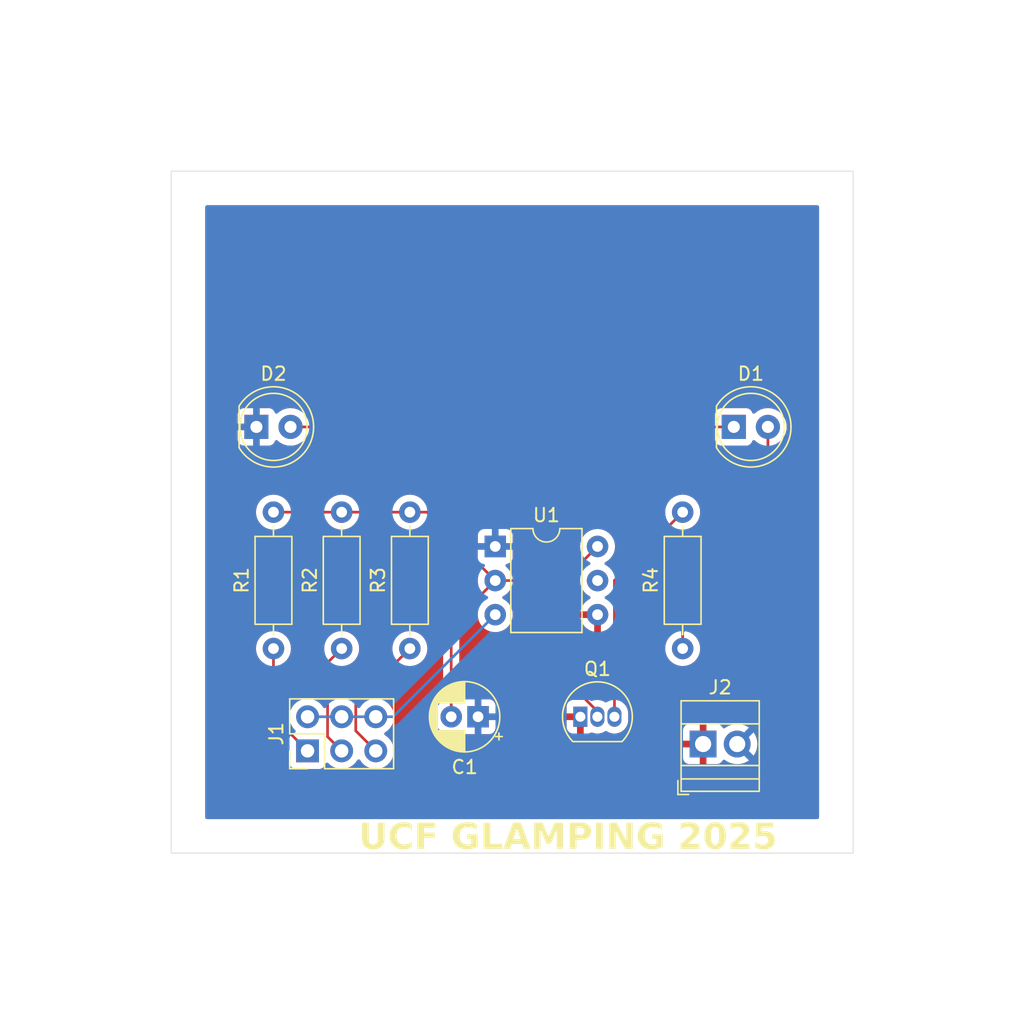
<source format=kicad_pcb>
(kicad_pcb (version 20240108) (generator "pcbnew") (generator_version "8.0")
  (layers (0 "F.Cu" signal) (31 "B.Cu" signal) (34 "B.Paste" user) (35 "F.Paste" user) (36 "B.SilkS" user "B.Silkscreen") (37 "F.SilkS" user "F.Silkscreen") (38 "B.Mask" user) (39 "F.Mask" user) (44 "Edge.Cuts" user))
  (net 0 "")
  (net 1 "GND")
  (net 2 "Net-(Q1-B)")
  (net 3 "Net-(Q1-E)")
  (net 4 "+9V")
  (net 5 "Net-(J1-Pin_2)")
  (net 7 "Net-(D1-K)")
  (net 8 "Net-(J1-Pin_1)")
  (net 9 "Net-(J1-Pin_3)")
  (net 10 "Net-(J1-Pin_5)")
  (net 11 "Net-(D1-A)")
  (footprint "Resistor_THT:R_Axial_DIN0207_L6.3mm_D2.5mm_P10.16mm_Horizontal" (layer "F.Cu") (at 139.7 111.76 90)
    (property "Reference" "R4" (at 5.08 -2.37 90) (layer "F.SilkS"))
    (property "Value" "220")
    (fp_line (start 8.35 -1.37) (end 1.81 -1.37) (stroke (width 0.12)) (layer "F.SilkS"))
    (fp_line (start 1.81 -1.37) (end 1.81 1.37) (stroke (width 0.12)) (layer "F.SilkS"))
    (fp_line (start 9.12 0) (end 8.35 0) (stroke (width 0.12)) (layer "F.SilkS"))
    (fp_line (start 1.04 0) (end 1.81 0) (stroke (width 0.12)) (layer "F.SilkS"))
    (fp_line (start 8.35 1.37) (end 8.35 -1.37) (stroke (width 0.12)) (layer "F.SilkS"))
    (fp_line (start 1.81 1.37) (end 8.35 1.37) (stroke (width 0.12)) (layer "F.SilkS"))
    (pad "1" thru_hole circle (at 0 0 90) (size 1.6 1.6) (drill 0.8) (layers "*.Cu" "*.Mask") (net 11 "Net-(D1-A)"))
    (pad "2" thru_hole oval (at 10.16 0 90) (size 1.6 1.6) (drill 0.8) (layers "*.Cu" "*.Mask") (net 3 "Net-(Q1-E)"))
  )
  (footprint "Capacitor_THT:CP_Radial_D5.0mm_P2.00mm" (layer "F.Cu") (at 124.46 116.84 180)
    (property "Reference" "C1" (at 1 -3.75 180) (layer "F.SilkS"))
    (property "Value" "100μF")
    (fp_line (start 3.601 -0.284) (end 3.601 0.284) (stroke (width 0.12)) (layer "F.SilkS"))
    (fp_line (start 3.561 -0.518) (end 3.561 0.518) (stroke (width 0.12)) (layer "F.SilkS"))
    (fp_line (start 3.521 -0.677) (end 3.521 0.677) (stroke (width 0.12)) (layer "F.SilkS"))
    (fp_line (start 3.481 -0.805) (end 3.481 0.805) (stroke (width 0.12)) (layer "F.SilkS"))
    (fp_line (start 3.441 -0.915) (end 3.441 0.915) (stroke (width 0.12)) (layer "F.SilkS"))
    (fp_line (start 3.401 -1.011) (end 3.401 1.011) (stroke (width 0.12)) (layer "F.SilkS"))
    (fp_line (start 3.361 -1.098) (end 3.361 1.098) (stroke (width 0.12)) (layer "F.SilkS"))
    (fp_line (start 3.321 -1.178) (end 3.321 1.178) (stroke (width 0.12)) (layer "F.SilkS"))
    (fp_line (start 3.281 -1.251) (end 3.281 1.251) (stroke (width 0.12)) (layer "F.SilkS"))
    (fp_line (start 3.241 -1.319) (end 3.241 1.319) (stroke (width 0.12)) (layer "F.SilkS"))
    (fp_line (start 3.201 -1.383) (end 3.201 1.383) (stroke (width 0.12)) (layer "F.SilkS"))
    (fp_line (start 3.161 -1.443) (end 3.161 1.443) (stroke (width 0.12)) (layer "F.SilkS"))
    (fp_line (start 3.121 -1.5) (end 3.121 1.5) (stroke (width 0.12)) (layer "F.SilkS"))
    (fp_line (start 3.081 -1.554) (end 3.081 1.554) (stroke (width 0.12)) (layer "F.SilkS"))
    (fp_line (start 3.041 -1.605) (end 3.041 1.605) (stroke (width 0.12)) (layer "F.SilkS"))
    (fp_line (start 3.001 1.04) (end 3.001 1.653) (stroke (width 0.12)) (layer "F.SilkS"))
    (fp_line (start 3.001 -1.653) (end 3.001 -1.04) (stroke (width 0.12)) (layer "F.SilkS"))
    (fp_line (start 2.961 1.04) (end 2.961 1.699) (stroke (width 0.12)) (layer "F.SilkS"))
    (fp_line (start 2.961 -1.699) (end 2.961 -1.04) (stroke (width 0.12)) (layer "F.SilkS"))
    (fp_line (start 2.921 1.04) (end 2.921 1.743) (stroke (width 0.12)) (layer "F.SilkS"))
    (fp_line (start 2.921 -1.743) (end 2.921 -1.04) (stroke (width 0.12)) (layer "F.SilkS"))
    (fp_line (start 2.881 1.04) (end 2.881 1.785) (stroke (width 0.12)) (layer "F.SilkS"))
    (fp_line (start 2.881 -1.785) (end 2.881 -1.04) (stroke (width 0.12)) (layer "F.SilkS"))
    (fp_line (start 2.841 1.04) (end 2.841 1.826) (stroke (width 0.12)) (layer "F.SilkS"))
    (fp_line (start 2.841 -1.826) (end 2.841 -1.04) (stroke (width 0.12)) (layer "F.SilkS"))
    (fp_line (start 2.801 1.04) (end 2.801 1.864) (stroke (width 0.12)) (layer "F.SilkS"))
    (fp_line (start 2.801 -1.864) (end 2.801 -1.04) (stroke (width 0.12)) (layer "F.SilkS"))
    (fp_line (start 2.761 1.04) (end 2.761 1.901) (stroke (width 0.12)) (layer "F.SilkS"))
    (fp_line (start 2.761 -1.901) (end 2.761 -1.04) (stroke (width 0.12)) (layer "F.SilkS"))
    (fp_line (start 2.721 1.04) (end 2.721 1.937) (stroke (width 0.12)) (layer "F.SilkS"))
    (fp_line (start 2.721 -1.937) (end 2.721 -1.04) (stroke (width 0.12)) (layer "F.SilkS"))
    (fp_line (start 2.681 1.04) (end 2.681 1.971) (stroke (width 0.12)) (layer "F.SilkS"))
    (fp_line (start 2.681 -1.971) (end 2.681 -1.04) (stroke (width 0.12)) (layer "F.SilkS"))
    (fp_line (start 2.641 1.04) (end 2.641 2.004) (stroke (width 0.12)) (layer "F.SilkS"))
    (fp_line (start 2.641 -2.004) (end 2.641 -1.04) (stroke (width 0.12)) (layer "F.SilkS"))
    (fp_line (start 2.601 1.04) (end 2.601 2.035) (stroke (width 0.12)) (layer "F.SilkS"))
    (fp_line (start 2.601 -2.035) (end 2.601 -1.04) (stroke (width 0.12)) (layer "F.SilkS"))
    (fp_line (start 2.561 1.04) (end 2.561 2.065) (stroke (width 0.12)) (layer "F.SilkS"))
    (fp_line (start 2.561 -2.065) (end 2.561 -1.04) (stroke (width 0.12)) (layer "F.SilkS"))
    (fp_line (start 2.521 1.04) (end 2.521 2.095) (stroke (width 0.12)) (layer "F.SilkS"))
    (fp_line (start 2.521 -2.095) (end 2.521 -1.04) (stroke (width 0.12)) (layer "F.SilkS"))
    (fp_line (start 2.481 1.04) (end 2.481 2.122) (stroke (width 0.12)) (layer "F.SilkS"))
    (fp_line (start 2.481 -2.122) (end 2.481 -1.04) (stroke (width 0.12)) (layer "F.SilkS"))
    (fp_line (start 2.441 1.04) (end 2.441 2.149) (stroke (width 0.12)) (layer "F.SilkS"))
    (fp_line (start 2.441 -2.149) (end 2.441 -1.04) (stroke (width 0.12)) (layer "F.SilkS"))
    (fp_line (start 2.401 1.04) (end 2.401 2.175) (stroke (width 0.12)) (layer "F.SilkS"))
    (fp_line (start 2.401 -2.175) (end 2.401 -1.04) (stroke (width 0.12)) (layer "F.SilkS"))
    (fp_line (start 2.361 1.04) (end 2.361 2.2) (stroke (width 0.12)) (layer "F.SilkS"))
    (fp_line (start 2.361 -2.2) (end 2.361 -1.04) (stroke (width 0.12)) (layer "F.SilkS"))
    (fp_line (start 2.321 1.04) (end 2.321 2.224) (stroke (width 0.12)) (layer "F.SilkS"))
    (fp_line (start 2.321 -2.224) (end 2.321 -1.04) (stroke (width 0.12)) (layer "F.SilkS"))
    (fp_line (start 2.281 1.04) (end 2.281 2.247) (stroke (width 0.12)) (layer "F.SilkS"))
    (fp_line (start 2.281 -2.247) (end 2.281 -1.04) (stroke (width 0.12)) (layer "F.SilkS"))
    (fp_line (start 2.241 1.04) (end 2.241 2.268) (stroke (width 0.12)) (layer "F.SilkS"))
    (fp_line (start 2.241 -2.268) (end 2.241 -1.04) (stroke (width 0.12)) (layer "F.SilkS"))
    (fp_line (start 2.201 1.04) (end 2.201 2.29) (stroke (width 0.12)) (layer "F.SilkS"))
    (fp_line (start 2.201 -2.29) (end 2.201 -1.04) (stroke (width 0.12)) (layer "F.SilkS"))
    (fp_line (start 2.161 1.04) (end 2.161 2.31) (stroke (width 0.12)) (layer "F.SilkS"))
    (fp_line (start 2.161 -2.31) (end 2.161 -1.04) (stroke (width 0.12)) (layer "F.SilkS"))
    (fp_line (start 2.121 1.04) (end 2.121 2.329) (stroke (width 0.12)) (layer "F.SilkS"))
    (fp_line (start 2.121 -2.329) (end 2.121 -1.04) (stroke (width 0.12)) (layer "F.SilkS"))
    (fp_line (start 2.081 1.04) (end 2.081 2.348) (stroke (width 0.12)) (layer "F.SilkS"))
    (fp_line (start 2.081 -2.348) (end 2.081 -1.04) (stroke (width 0.12)) (layer "F.SilkS"))
    (fp_line (start 2.041 1.04) (end 2.041 2.365) (stroke (width 0.12)) (layer "F.SilkS"))
    (fp_line (start 2.041 -2.365) (end 2.041 -1.04) (stroke (width 0.12)) (layer "F.SilkS"))
    (fp_line (start 2.001 1.04) (end 2.001 2.382) (stroke (width 0.12)) (layer "F.SilkS"))
    (fp_line (start 2.001 -2.382) (end 2.001 -1.04) (stroke (width 0.12)) (layer "F.SilkS"))
    (fp_line (start 1.961 1.04) (end 1.961 2.398) (stroke (width 0.12)) (layer "F.SilkS"))
    (fp_line (start 1.961 -2.398) (end 1.961 -1.04) (stroke (width 0.12)) (layer "F.SilkS"))
    (fp_line (start 1.921 1.04) (end 1.921 2.414) (stroke (width 0.12)) (layer "F.SilkS"))
    (fp_line (start 1.921 -2.414) (end 1.921 -1.04) (stroke (width 0.12)) (layer "F.SilkS"))
    (fp_line (start 1.881 1.04) (end 1.881 2.428) (stroke (width 0.12)) (layer "F.SilkS"))
    (fp_line (start 1.881 -2.428) (end 1.881 -1.04) (stroke (width 0.12)) (layer "F.SilkS"))
    (fp_line (start 1.841 1.04) (end 1.841 2.442) (stroke (width 0.12)) (layer "F.SilkS"))
    (fp_line (start 1.841 -2.442) (end 1.841 -1.04) (stroke (width 0.12)) (layer "F.SilkS"))
    (fp_line (start 1.801 1.04) (end 1.801 2.455) (stroke (width 0.12)) (layer "F.SilkS"))
    (fp_line (start 1.801 -2.455) (end 1.801 -1.04) (stroke (width 0.12)) (layer "F.SilkS"))
    (fp_line (start 1.761 1.04) (end 1.761 2.468) (stroke (width 0.12)) (layer "F.SilkS"))
    (fp_line (start 1.761 -2.468) (end 1.761 -1.04) (stroke (width 0.12)) (layer "F.SilkS"))
    (fp_line (start 1.721 1.04) (end 1.721 2.48) (stroke (width 0.12)) (layer "F.SilkS"))
    (fp_line (start 1.721 -2.48) (end 1.721 -1.04) (stroke (width 0.12)) (layer "F.SilkS"))
    (fp_line (start 1.68 1.04) (end 1.68 2.491) (stroke (width 0.12)) (layer "F.SilkS"))
    (fp_line (start 1.68 -2.491) (end 1.68 -1.04) (stroke (width 0.12)) (layer "F.SilkS"))
    (fp_line (start 1.64 1.04) (end 1.64 2.501) (stroke (width 0.12)) (layer "F.SilkS"))
    (fp_line (start 1.64 -2.501) (end 1.64 -1.04) (stroke (width 0.12)) (layer "F.SilkS"))
    (fp_line (start 1.6 1.04) (end 1.6 2.511) (stroke (width 0.12)) (layer "F.SilkS"))
    (fp_line (start 1.6 -2.511) (end 1.6 -1.04) (stroke (width 0.12)) (layer "F.SilkS"))
    (fp_line (start 1.56 1.04) (end 1.56 2.52) (stroke (width 0.12)) (layer "F.SilkS"))
    (fp_line (start 1.56 -2.52) (end 1.56 -1.04) (stroke (width 0.12)) (layer "F.SilkS"))
    (fp_line (start 1.52 1.04) (end 1.52 2.528) (stroke (width 0.12)) (layer "F.SilkS"))
    (fp_line (start 1.52 -2.528) (end 1.52 -1.04) (stroke (width 0.12)) (layer "F.SilkS"))
    (fp_line (start 1.48 1.04) (end 1.48 2.536) (stroke (width 0.12)) (layer "F.SilkS"))
    (fp_line (start 1.48 -2.536) (end 1.48 -1.04) (stroke (width 0.12)) (layer "F.SilkS"))
    (fp_line (start 1.44 1.04) (end 1.44 2.543) (stroke (width 0.12)) (layer "F.SilkS"))
    (fp_line (start 1.44 -2.543) (end 1.44 -1.04) (stroke (width 0.12)) (layer "F.SilkS"))
    (fp_line (start 1.4 1.04) (end 1.4 2.55) (stroke (width 0.12)) (layer "F.SilkS"))
    (fp_line (start 1.4 -2.55) (end 1.4 -1.04) (stroke (width 0.12)) (layer "F.SilkS"))
    (fp_line (start 1.36 1.04) (end 1.36 2.556) (stroke (width 0.12)) (layer "F.SilkS"))
    (fp_line (start 1.36 -2.556) (end 1.36 -1.04) (stroke (width 0.12)) (layer "F.SilkS"))
    (fp_line (start 1.32 1.04) (end 1.32 2.561) (stroke (width 0.12)) (layer "F.SilkS"))
    (fp_line (start 1.32 -2.561) (end 1.32 -1.04) (stroke (width 0.12)) (layer "F.SilkS"))
    (fp_line (start 1.28 1.04) (end 1.28 2.565) (stroke (width 0.12)) (layer "F.SilkS"))
    (fp_line (start 1.28 -2.565) (end 1.28 -1.04) (stroke (width 0.12)) (layer "F.SilkS"))
    (fp_line (start 1.24 1.04) (end 1.24 2.569) (stroke (width 0.12)) (layer "F.SilkS"))
    (fp_line (start 1.24 -2.569) (end 1.24 -1.04) (stroke (width 0.12)) (layer "F.SilkS"))
    (fp_line (start 1.2 1.04) (end 1.2 2.573) (stroke (width 0.12)) (layer "F.SilkS"))
    (fp_line (start 1.2 -2.573) (end 1.2 -1.04) (stroke (width 0.12)) (layer "F.SilkS"))
    (fp_line (start 1.16 1.04) (end 1.16 2.576) (stroke (width 0.12)) (layer "F.SilkS"))
    (fp_line (start 1.16 -2.576) (end 1.16 -1.04) (stroke (width 0.12)) (layer "F.SilkS"))
    (fp_line (start 1.12 1.04) (end 1.12 2.578) (stroke (width 0.12)) (layer "F.SilkS"))
    (fp_line (start 1.12 -2.578) (end 1.12 -1.04) (stroke (width 0.12)) (layer "F.SilkS"))
    (fp_line (start 1.08 1.04) (end 1.08 2.579) (stroke (width 0.12)) (layer "F.SilkS"))
    (fp_line (start 1.08 -2.579) (end 1.08 -1.04) (stroke (width 0.12)) (layer "F.SilkS"))
    (fp_line (start 1.04 1.04) (end 1.04 2.58) (stroke (width 0.12)) (layer "F.SilkS"))
    (fp_line (start 1.04 -2.58) (end 1.04 -1.04) (stroke (width 0.12)) (layer "F.SilkS"))
    (fp_line (start 1 1.04) (end 1 2.58) (stroke (width 0.12)) (layer "F.SilkS"))
    (fp_line (start 1 -2.58) (end 1 -1.04) (stroke (width 0.12)) (layer "F.SilkS"))
    (fp_line (start -1.554775 -1.725) (end -1.554775 -1.225) (stroke (width 0.12)) (layer "F.SilkS"))
    (fp_line (start -1.804775 -1.475) (end -1.304775 -1.475) (stroke (width 0.12)) (layer "F.SilkS"))
    (fp_circle (center 1 0) (end 3.62 0) (stroke (width 0.12)) (fill none) (layer "F.SilkS"))
    (pad "1" thru_hole rect (at 0 0 180) (size 1.6 1.6) (drill 0.8) (layers "*.Cu" "*.Mask") (net 1 "GND"))
    (pad "2" thru_hole circle (at 2 0 180) (size 1.6 1.6) (drill 0.8) (layers "*.Cu" "*.Mask") (net 2 "Net-(Q1-B)"))
  )
  (footprint "Resistor_THT:R_Axial_DIN0207_L6.3mm_D2.5mm_P10.16mm_Horizontal" (layer "F.Cu") (at 114.3 111.76 90)
    (property "Reference" "R2" (at 5.08 -2.37 90) (layer "F.SilkS"))
    (property "Value" "4.7k")
    (fp_line (start 8.35 -1.37) (end 1.81 -1.37) (stroke (width 0.12)) (layer "F.SilkS"))
    (fp_line (start 1.81 -1.37) (end 1.81 1.37) (stroke (width 0.12)) (layer "F.SilkS"))
    (fp_line (start 9.12 0) (end 8.35 0) (stroke (width 0.12)) (layer "F.SilkS"))
    (fp_line (start 1.04 0) (end 1.81 0) (stroke (width 0.12)) (layer "F.SilkS"))
    (fp_line (start 8.35 1.37) (end 8.35 -1.37) (stroke (width 0.12)) (layer "F.SilkS"))
    (fp_line (start 1.81 1.37) (end 8.35 1.37) (stroke (width 0.12)) (layer "F.SilkS"))
    (pad "1" thru_hole circle (at 0 0 90) (size 1.6 1.6) (drill 0.8) (layers "*.Cu" "*.Mask") (net 9 "Net-(J1-Pin_3)"))
    (pad "2" thru_hole oval (at 10.16 0 90) (size 1.6 1.6) (drill 0.8) (layers "*.Cu" "*.Mask") (net 2 "Net-(Q1-B)"))
  )
  (footprint "Resistor_THT:R_Axial_DIN0207_L6.3mm_D2.5mm_P10.16mm_Horizontal" (layer "F.Cu") (at 119.38 111.76 90)
    (property "Reference" "R3" (at 5.08 -2.37 90) (layer "F.SilkS"))
    (property "Value" "47k")
    (fp_line (start 8.35 -1.37) (end 1.81 -1.37) (stroke (width 0.12)) (layer "F.SilkS"))
    (fp_line (start 1.81 -1.37) (end 1.81 1.37) (stroke (width 0.12)) (layer "F.SilkS"))
    (fp_line (start 9.12 0) (end 8.35 0) (stroke (width 0.12)) (layer "F.SilkS"))
    (fp_line (start 1.04 0) (end 1.81 0) (stroke (width 0.12)) (layer "F.SilkS"))
    (fp_line (start 8.35 1.37) (end 8.35 -1.37) (stroke (width 0.12)) (layer "F.SilkS"))
    (fp_line (start 1.81 1.37) (end 8.35 1.37) (stroke (width 0.12)) (layer "F.SilkS"))
    (pad "1" thru_hole circle (at 0 0 90) (size 1.6 1.6) (drill 0.8) (layers "*.Cu" "*.Mask") (net 10 "Net-(J1-Pin_5)"))
    (pad "2" thru_hole oval (at 10.16 0 90) (size 1.6 1.6) (drill 0.8) (layers "*.Cu" "*.Mask") (net 2 "Net-(Q1-B)"))
  )
  (footprint "Resistor_THT:R_Axial_DIN0207_L6.3mm_D2.5mm_P10.16mm_Horizontal" (layer "F.Cu") (at 109.22 111.76 90)
    (property "Reference" "R1" (at 5.08 -2.37 90) (layer "F.SilkS"))
    (property "Value" "1k")
    (fp_line (start 8.35 -1.37) (end 1.81 -1.37) (stroke (width 0.12)) (layer "F.SilkS"))
    (fp_line (start 1.81 -1.37) (end 1.81 1.37) (stroke (width 0.12)) (layer "F.SilkS"))
    (fp_line (start 9.12 0) (end 8.35 0) (stroke (width 0.12)) (layer "F.SilkS"))
    (fp_line (start 1.04 0) (end 1.81 0) (stroke (width 0.12)) (layer "F.SilkS"))
    (fp_line (start 8.35 1.37) (end 8.35 -1.37) (stroke (width 0.12)) (layer "F.SilkS"))
    (fp_line (start 1.81 1.37) (end 8.35 1.37) (stroke (width 0.12)) (layer "F.SilkS"))
    (pad "1" thru_hole circle (at 0 0 90) (size 1.6 1.6) (drill 0.8) (layers "*.Cu" "*.Mask") (net 8 "Net-(J1-Pin_1)"))
    (pad "2" thru_hole oval (at 10.16 0 90) (size 1.6 1.6) (drill 0.8) (layers "*.Cu" "*.Mask") (net 2 "Net-(Q1-B)"))
  )
  (footprint "TerminalBlock:TerminalBlock_Xinya_XY308-2.54-2P_1x02_P2.54mm_Horizontal" (layer "F.Cu") (at 141.224 118.872)
    (property "Reference" "J2" (at 1.27 -4.22 0) (layer "F.SilkS"))
    (property "Value" "Conn_01x02_Pin")
    (fp_line (start -1.88 2.72) (end -1.88 3.76) (stroke (width 0.12)) (layer "F.SilkS"))
    (fp_line (start -1.88 3.76) (end -1.08 3.76) (stroke (width 0.12)) (layer "F.SilkS"))
    (fp_line (start -1.64 -3.22) (end -1.64 3.52) (stroke (width 0.12)) (layer "F.SilkS"))
    (fp_line (start -1.64 -3.22) (end 4.18 -3.22) (stroke (width 0.12)) (layer "F.SilkS"))
    (fp_line (start -1.64 -1.501) (end 4.18 -1.501) (stroke (width 0.12)) (layer "F.SilkS"))
    (fp_line (start -1.64 1.6) (end 4.18 1.6) (stroke (width 0.12)) (layer "F.SilkS"))
    (fp_line (start -1.64 2.6) (end 4.18 2.6) (stroke (width 0.12)) (layer "F.SilkS"))
    (fp_line (start -1.64 3.52) (end 4.18 3.52) (stroke (width 0.12)) (layer "F.SilkS"))
    (fp_line (start 4.18 -3.22) (end 4.18 3.52) (stroke (width 0.12)) (layer "F.SilkS"))
    (pad "1" thru_hole rect (at 0 0) (size 2 2) (drill 1.2) (layers "*.Cu" "*.Mask") (net 4 "+9V"))
    (pad "2" thru_hole circle (at 2.54 0) (size 2 2) (drill 1.2) (layers "*.Cu" "*.Mask") (net 1 "GND"))
  )
  (footprint "LED_THT:LED_D5.0mm" (layer "F.Cu") (at 143.51 95.25)
    (property "Reference" "D1" (at 1.27 -3.96 0) (layer "F.SilkS"))
    (property "Value" "D")
    (fp_line (start -1.29 -1.545) (end -1.29 1.545) (stroke (width 0.12)) (layer "F.SilkS"))
    (fp_arc (start -1.29 -1.54483) (mid 2.072002 -2.880433) (end 4.26 0.000462) (stroke (width 0.12)) (layer "F.SilkS"))
    (fp_arc (start 4.26 -0.000462) (mid 2.072002 2.880433) (end -1.29 1.54483) (stroke (width 0.12)) (layer "F.SilkS"))
    (fp_circle (center 1.27 0) (end 3.77 0) (stroke (width 0.12)) (fill none) (layer "F.SilkS"))
    (pad "1" thru_hole rect (at 0 0) (size 1.8 1.8) (drill 0.9) (layers "*.Cu" "*.Mask") (net 7 "Net-(D1-K)"))
    (pad "2" thru_hole circle (at 2.54 0) (size 1.8 1.8) (drill 0.9) (layers "*.Cu" "*.Mask") (net 11 "Net-(D1-A)"))
  )
  (footprint "LED_THT:LED_D5.0mm" (layer "F.Cu") (at 107.95 95.25)
    (property "Reference" "D2" (at 1.27 -3.96 0) (layer "F.SilkS"))
    (property "Value" "D")
    (fp_line (start -1.29 -1.545) (end -1.29 1.545) (stroke (width 0.12)) (layer "F.SilkS"))
    (fp_arc (start -1.29 -1.54483) (mid 2.072002 -2.880433) (end 4.26 0.000462) (stroke (width 0.12)) (layer "F.SilkS"))
    (fp_arc (start 4.26 -0.000462) (mid 2.072002 2.880433) (end -1.29 1.54483) (stroke (width 0.12)) (layer "F.SilkS"))
    (fp_circle (center 1.27 0) (end 3.77 0) (stroke (width 0.12)) (fill none) (layer "F.SilkS"))
    (pad "1" thru_hole rect (at 0 0) (size 1.8 1.8) (drill 0.9) (layers "*.Cu" "*.Mask") (net 1 "GND"))
    (pad "2" thru_hole circle (at 2.54 0) (size 1.8 1.8) (drill 0.9) (layers "*.Cu" "*.Mask") (net 7 "Net-(D1-K)"))
  )
  (footprint "Package_TO_SOT_THT:TO-92_Inline" (layer "F.Cu") (at 132.08 116.84)
    (property "Reference" "Q1" (at 1.27 -3.56 0) (layer "F.SilkS"))
    (property "Value" "BC548")
    (fp_line (start -0.53 1.85) (end 3.07 1.85) (stroke (width 0.12)) (layer "F.SilkS"))
    (fp_arc (start -0.568478 1.838478) (mid -1.132087 -0.994977) (end 1.27 -2.6) (stroke (width 0.12)) (layer "F.SilkS"))
    (fp_arc (start 1.27 -2.6) (mid 3.672087 -0.994977) (end 3.108478 1.838478) (stroke (width 0.12)) (layer "F.SilkS"))
    (pad "1" thru_hole rect (at 0 0) (size 1.05 1.5) (drill 0.75) (layers "*.Cu" "*.Mask") (net 4 "+9V"))
    (pad "2" thru_hole oval (at 1.27 0) (size 1.05 1.5) (drill 0.75) (layers "*.Cu" "*.Mask") (net 2 "Net-(Q1-B)"))
    (pad "3" thru_hole oval (at 2.54 0) (size 1.05 1.5) (drill 0.75) (layers "*.Cu" "*.Mask") (net 3 "Net-(Q1-E)"))
  )
  (footprint "Package_DIP:DIP-6_W7.62mm" (layer "F.Cu") (at 125.74 104.155)
    (property "Reference" "U1" (at 3.81 -2.33 0) (layer "F.SilkS"))
    (property "Value" "ICM7555xB")
    (fp_line (start 1.16 -1.33) (end 1.16 6.41) (stroke (width 0.12)) (layer "F.SilkS"))
    (fp_line (start 1.16 6.41) (end 6.46 6.41) (stroke (width 0.12)) (layer "F.SilkS"))
    (fp_line (start 2.81 -1.33) (end 1.16 -1.33) (stroke (width 0.12)) (layer "F.SilkS"))
    (fp_line (start 6.46 -1.33) (end 4.81 -1.33) (stroke (width 0.12)) (layer "F.SilkS"))
    (fp_line (start 6.46 6.41) (end 6.46 -1.33) (stroke (width 0.12)) (layer "F.SilkS"))
    (fp_arc (start 4.81 -1.33) (mid 3.81 -0.33) (end 2.81 -1.33) (stroke (width 0.12)) (layer "F.SilkS"))
    (pad "1" thru_hole rect (at 0 0) (size 1.6 1.6) (drill 0.8) (layers "*.Cu" "*.Mask") (net 1 "GND"))
    (pad "2" thru_hole oval (at 0 2.54) (size 1.6 1.6) (drill 0.8) (layers "*.Cu" "*.Mask") (net 2 "Net-(Q1-B)"))
    (pad "3" thru_hole oval (at 0 5.08) (size 1.6 1.6) (drill 0.8) (layers "*.Cu" "*.Mask") (net 5 "Net-(J1-Pin_2)"))
    (pad "4" thru_hole oval (at 7.62 5.08) (size 1.6 1.6) (drill 0.8) (layers "*.Cu" "*.Mask") (net 4 "+9V"))
    (pad "5" thru_hole oval (at 7.62 2.54) (size 1.6 1.6) (drill 0.8) (layers "*.Cu" "*.Mask"))
    (pad "6" thru_hole oval (at 7.62 0) (size 1.6 1.6) (drill 0.8) (layers "*.Cu" "*.Mask") (net 2 "Net-(Q1-B)"))
  )
  (footprint "Connector_PinHeader_2.54mm:PinHeader_2x03_P2.54mm_Vertical" (layer "F.Cu") (at 111.76 119.38 90)
    (property "Reference" "J1" (at 1.27 -2.33 90) (layer "F.SilkS"))
    (property "Value" "Conn_02x03_Odd_Even")
    (fp_line (start 3.87 -1.33) (end 3.87 6.41) (stroke (width 0.12)) (layer "F.SilkS"))
    (fp_line (start 1.27 -1.33) (end 3.87 -1.33) (stroke (width 0.12)) (layer "F.SilkS"))
    (fp_line (start -1.33 -1.33) (end 0 -1.33) (stroke (width 0.12)) (layer "F.SilkS"))
    (fp_line (start -1.33 0) (end -1.33 -1.33) (stroke (width 0.12)) (layer "F.SilkS"))
    (fp_line (start 1.27 1.27) (end 1.27 -1.33) (stroke (width 0.12)) (layer "F.SilkS"))
    (fp_line (start -1.33 1.27) (end 1.27 1.27) (stroke (width 0.12)) (layer "F.SilkS"))
    (fp_line (start -1.33 1.27) (end -1.33 6.41) (stroke (width 0.12)) (layer "F.SilkS"))
    (fp_line (start -1.33 6.41) (end 3.87 6.41) (stroke (width 0.12)) (layer "F.SilkS"))
    (pad "1" thru_hole rect (at 0 0 90) (size 1.7 1.7) (drill 1) (layers "*.Cu" "*.Mask") (net 8 "Net-(J1-Pin_1)"))
    (pad "2" thru_hole oval (at 2.54 0 90) (size 1.7 1.7) (drill 1) (layers "*.Cu" "*.Mask") (net 5 "Net-(J1-Pin_2)"))
    (pad "3" thru_hole oval (at 0 2.54 90) (size 1.7 1.7) (drill 1) (layers "*.Cu" "*.Mask") (net 9 "Net-(J1-Pin_3)"))
    (pad "4" thru_hole oval (at 2.54 2.54 90) (size 1.7 1.7) (drill 1) (layers "*.Cu" "*.Mask") (net 5 "Net-(J1-Pin_2)"))
    (pad "5" thru_hole oval (at 0 5.08 90) (size 1.7 1.7) (drill 1) (layers "*.Cu" "*.Mask") (net 10 "Net-(J1-Pin_5)"))
    (pad "6" thru_hole oval (at 2.54 5.08 90) (size 1.7 1.7) (drill 1) (layers "*.Cu" "*.Mask") (net 5 "Net-(J1-Pin_2)"))
  )
  (gr_rect (start 101.6 76.2) (end 152.4 127) (stroke (width 0.05)) (fill none) (layer "Edge.Cuts"))
  (gr_text "UCF GLAMPING 2025" (at 115.57 127 0) (layer "F.SilkS") (effects (font (size 1.905 1.905) (thickness 0.2) (bold yes)) (justify left bottom)))
  (segment (start 119.38 101.6) (end 120.645 101.6) (width 0.2) (layer "F.Cu") (net 2))
  (segment (start 122.46 116.84) (end 122.46 109.975) (width 0.2) (layer "F.Cu") (net 2))
  (segment (start 109.22 101.6) (end 119.38 101.6) (width 0.2) (layer "F.Cu") (net 2))
  (segment (start 133.35 116.435) (end 130.82 113.905) (width 0.2) (layer "F.Cu") (net 2))
  (segment (start 125.74 106.695) (end 130.82 106.695) (width 0.2) (layer "F.Cu") (net 2))
  (segment (start 120.645 101.6) (end 125.74 106.695) (width 0.2) (layer "F.Cu") (net 2))
  (segment (start 133.35 116.84) (end 133.35 116.435) (width 0.2) (layer "F.Cu") (net 2))
  (segment (start 130.82 106.695) (end 133.36 104.155) (width 0.2) (layer "F.Cu") (net 2))
  (segment (start 122.46 109.975) (end 125.74 106.695) (width 0.2) (layer "F.Cu") (net 2))
  (segment (start 130.82 113.905) (end 130.82 106.695) (width 0.2) (layer "F.Cu") (net 2))
  (segment (start 134.62 106.68) (end 134.62 116.84) (width 0.2) (layer "F.Cu") (net 3))
  (segment (start 139.7 101.6) (end 134.62 106.68) (width 0.2) (layer "F.Cu") (net 3))
  (segment (start 118.135 116.84) (end 125.74 109.235) (width 0.2) (layer "B.Cu") (net 5))
  (segment (start 116.84 116.84) (end 111.76 116.84) (width 0.2) (layer "B.Cu") (net 5))
  (segment (start 116.84 116.84) (end 118.135 116.84) (width 0.2) (layer "B.Cu") (net 5))
  (segment (start 143.51 95.25) (end 110.49 95.25) (width 0.2) (layer "F.Cu") (net 7))
  (segment (start 111.76 119.38) (end 109.22 116.84) (width 0.2) (layer "F.Cu") (net 8))
  (segment (start 109.22 116.84) (end 109.22 111.76) (width 0.2) (layer "F.Cu") (net 8))
  (segment (start 113.25 118.33) (end 113.25 112.81) (width 0.2) (layer "F.Cu") (net 9))
  (segment (start 113.25 112.81) (end 114.3 111.76) (width 0.2) (layer "F.Cu") (net 9))
  (segment (start 114.3 119.38) (end 113.25 118.33) (width 0.2) (layer "F.Cu") (net 9))
  (segment (start 115.35 115.79) (end 119.38 111.76) (width 0.2) (layer "F.Cu") (net 10))
  (segment (start 115.35 117.89) (end 115.35 115.79) (width 0.2) (layer "F.Cu") (net 10))
  (segment (start 116.84 119.38) (end 115.35 117.89) (width 0.2) (layer "F.Cu") (net 10))
  (segment (start 139.7 111.76) (end 139.7 110.49) (width 0.2) (layer "F.Cu") (net 11))
  (segment (start 139.7 110.49) (end 146.05 104.14) (width 0.2) (layer "F.Cu") (net 11))
  (segment (start 146.05 104.14) (end 146.05 95.25) (width 0.2) (layer "F.Cu") (net 11))
  (zone (net 4) (net_name "+9V") (layer "F.Cu") (connect_pads (clearance 0.5)) (min_thickness 0.25) (fill yes (thermal_gap 0.5) (thermal_bridge_width 0.5))
    (polygon (pts (xy 104.14 78.74) (xy 104.14 124.46) (xy 149.86 124.46) (xy 149.86 78.74)))
  )
  (zone (net 1) (net_name "GND") (layer "B.Cu") (priority 1) (connect_pads (clearance 0.5)) (min_thickness 0.25) (fill yes (thermal_gap 0.5) (thermal_bridge_width 0.5))
    (polygon (pts (xy 149.86 78.74) (xy 149.86 124.46) (xy 104.14 124.46) (xy 104.14 78.74)))
  )
)
</source>
